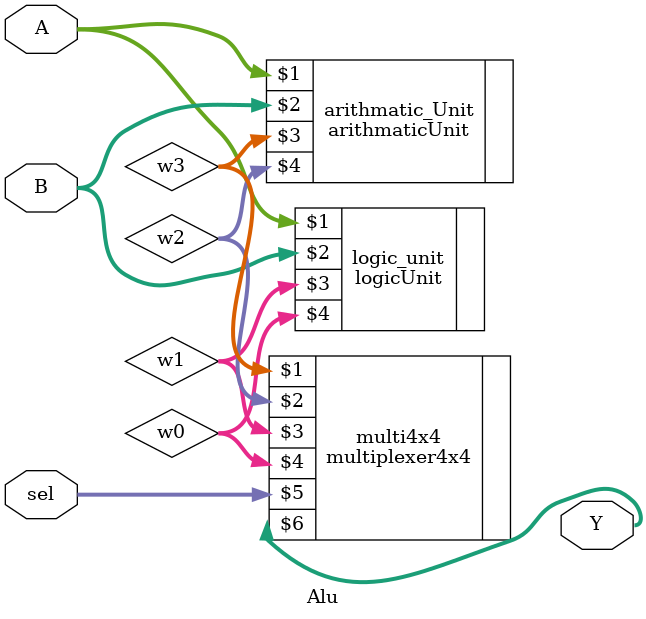
<source format=v>
`timescale 1ns / 1ps
`timescale 1 ns/1 ns

module Alu (
	input [1:0] A ,
	input [1:0] B ,
	input [1:0]	sel ,
	output [3:0] Y
);
	wire [3:0]w3;
	wire [3:0]w2;
	wire [3:0]w1;
	wire [3:0]w0;
	
	arithmaticUnit arithmatic_Unit( A , B , w3 , w2 );
	
	logicUnit logic_unit( A , B , w1 , w0 );
	
	 multiplexer4x4 multi4x4( w3 ,  w2 ,  w1  , w0  , sel , Y );
	 
endmodule
</source>
